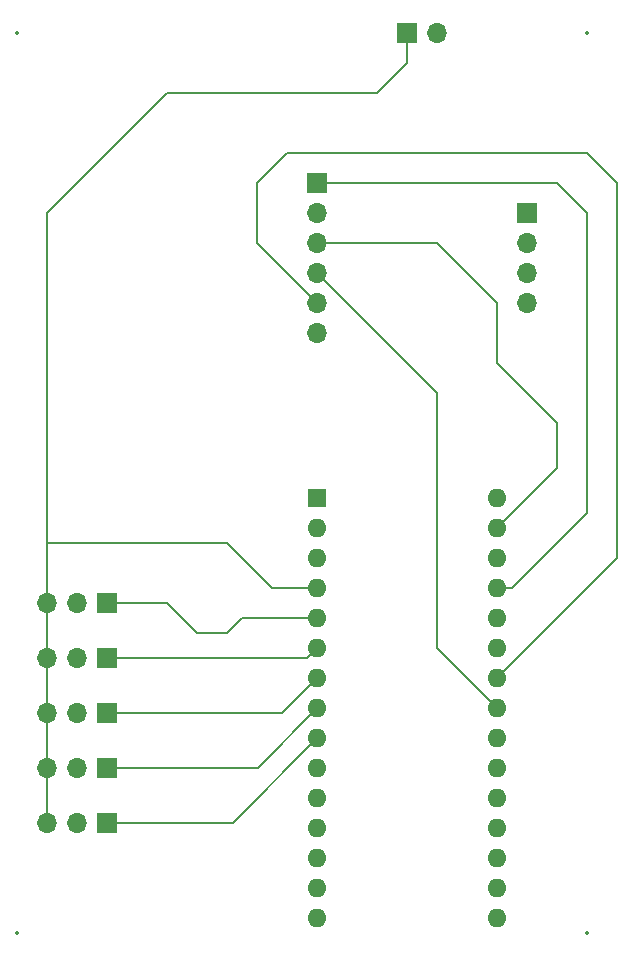
<source format=gbr>
%TF.GenerationSoftware,KiCad,Pcbnew,8.0.4-8.0.4-0~ubuntu22.04.1*%
%TF.CreationDate,2024-08-11T20:10:20+02:00*%
%TF.ProjectId,PlaneController,506c616e-6543-46f6-9e74-726f6c6c6572,rev?*%
%TF.SameCoordinates,Original*%
%TF.FileFunction,Copper,L1,Top*%
%TF.FilePolarity,Positive*%
%FSLAX46Y46*%
G04 Gerber Fmt 4.6, Leading zero omitted, Abs format (unit mm)*
G04 Created by KiCad (PCBNEW 8.0.4-8.0.4-0~ubuntu22.04.1) date 2024-08-11 20:10:20*
%MOMM*%
%LPD*%
G01*
G04 APERTURE LIST*
%TA.AperFunction,ComponentPad*%
%ADD10R,1.600000X1.600000*%
%TD*%
%TA.AperFunction,ComponentPad*%
%ADD11O,1.600000X1.600000*%
%TD*%
%TA.AperFunction,ComponentPad*%
%ADD12R,1.700000X1.700000*%
%TD*%
%TA.AperFunction,ComponentPad*%
%ADD13O,1.700000X1.700000*%
%TD*%
%TA.AperFunction,Conductor*%
%ADD14C,0.200000*%
%TD*%
%ADD15C,0.350000*%
G04 APERTURE END LIST*
D10*
%TO.P,A1,1,TX1*%
%TO.N,unconnected-(A1-TX1-Pad1)*%
X104150000Y-72390000D03*
D11*
%TO.P,A1,2,RX1*%
%TO.N,unconnected-(A1-RX1-Pad2)*%
X104150000Y-74930000D03*
%TO.P,A1,3,~{RESET}*%
%TO.N,unconnected-(A1-~{RESET}-Pad3)*%
X104150000Y-77470000D03*
%TO.P,A1,4,GND*%
%TO.N,Net-(J1-Pin_3)*%
X104150000Y-80010000D03*
%TO.P,A1,5,D2*%
%TO.N,Net-(A1-D2)*%
X104150000Y-82550000D03*
%TO.P,A1,6,D3*%
%TO.N,Net-(A1-D3)*%
X104150000Y-85090000D03*
%TO.P,A1,7,D4*%
%TO.N,Net-(A1-D4)*%
X104150000Y-87630000D03*
%TO.P,A1,8,D5*%
%TO.N,Net-(A1-D5)*%
X104150000Y-90170000D03*
%TO.P,A1,9,D6*%
%TO.N,Net-(A1-D6)*%
X104150000Y-92710000D03*
%TO.P,A1,10,D7*%
%TO.N,unconnected-(A1-D7-Pad10)*%
X104150000Y-95250000D03*
%TO.P,A1,11,D8*%
%TO.N,unconnected-(A1-D8-Pad11)*%
X104150000Y-97790000D03*
%TO.P,A1,12,D9*%
%TO.N,unconnected-(A1-D9-Pad12)*%
X104150000Y-100330000D03*
%TO.P,A1,13,D10*%
%TO.N,unconnected-(A1-D10-Pad13)*%
X104150000Y-102870000D03*
%TO.P,A1,14,MOSI*%
%TO.N,unconnected-(A1-MOSI-Pad14)*%
X104150000Y-105410000D03*
%TO.P,A1,15,MISO*%
%TO.N,unconnected-(A1-MISO-Pad15)*%
X104150000Y-107950000D03*
%TO.P,A1,16,SCK*%
%TO.N,unconnected-(A1-SCK-Pad16)*%
X119390000Y-107950000D03*
%TO.P,A1,17,3V3*%
%TO.N,unconnected-(A1-3V3-Pad17)*%
X119390000Y-105410000D03*
%TO.P,A1,18,AREF*%
%TO.N,unconnected-(A1-AREF-Pad18)*%
X119390000Y-102870000D03*
%TO.P,A1,19,A0*%
%TO.N,unconnected-(A1-A0-Pad19)*%
X119390000Y-100330000D03*
%TO.P,A1,20,A1*%
%TO.N,unconnected-(A1-A1-Pad20)*%
X119390000Y-97790000D03*
%TO.P,A1,21,A2*%
%TO.N,unconnected-(A1-A2-Pad21)*%
X119390000Y-95250000D03*
%TO.P,A1,22,A3*%
%TO.N,unconnected-(A1-A3-Pad22)*%
X119390000Y-92710000D03*
%TO.P,A1,23,SDA/A4*%
%TO.N,Net-(A1-SDA{slash}A4)*%
X119390000Y-90170000D03*
%TO.P,A1,24,SCL/A5*%
%TO.N,Net-(A1-SCL{slash}A5)*%
X119390000Y-87630000D03*
%TO.P,A1,25,A6*%
%TO.N,unconnected-(A1-A6-Pad25)*%
X119390000Y-85090000D03*
%TO.P,A1,26,A7*%
%TO.N,unconnected-(A1-A7-Pad26)*%
X119390000Y-82550000D03*
%TO.P,A1,27,+5V*%
%TO.N,Net-(A1-+5V)*%
X119390000Y-80010000D03*
%TO.P,A1,28,~{RESET}*%
%TO.N,unconnected-(A1-~{RESET}-Pad28)*%
X119390000Y-77470000D03*
%TO.P,A1,29,GND*%
%TO.N,Net-(J1-Pin_3)*%
X119390000Y-74930000D03*
%TO.P,A1,30,VIN*%
%TO.N,unconnected-(A1-VIN-Pad30)*%
X119390000Y-72390000D03*
%TD*%
D12*
%TO.P,J2,1,Pin_1*%
%TO.N,unconnected-(J2-Pin_1-Pad1)*%
X121920000Y-48260000D03*
D13*
%TO.P,J2,2,Pin_2*%
%TO.N,unconnected-(J2-Pin_2-Pad2)*%
X121920000Y-50800000D03*
%TO.P,J2,3,Pin_3*%
%TO.N,unconnected-(J2-Pin_3-Pad3)*%
X121920000Y-53340000D03*
%TO.P,J2,4,Pin_4*%
%TO.N,unconnected-(J2-Pin_4-Pad4)*%
X121920000Y-55880000D03*
%TD*%
D12*
%TO.P,M2,1,PWM*%
%TO.N,Net-(A1-D3)*%
X86360000Y-85930000D03*
D13*
%TO.P,M2,2,+*%
%TO.N,Net-(A1-+5V)*%
X83820000Y-85930000D03*
%TO.P,M2,3,-*%
%TO.N,Net-(J1-Pin_3)*%
X81280000Y-85930000D03*
%TD*%
D12*
%TO.P,J3,1,Pin_1*%
%TO.N,Net-(J1-Pin_3)*%
X111760000Y-33020000D03*
D13*
%TO.P,J3,2,Pin_2*%
%TO.N,Net-(A1-+5V)*%
X114300000Y-33020000D03*
%TD*%
D12*
%TO.P,M3,1,PWM*%
%TO.N,Net-(A1-D4)*%
X86360000Y-90580000D03*
D13*
%TO.P,M3,2,+*%
%TO.N,Net-(A1-+5V)*%
X83820000Y-90580000D03*
%TO.P,M3,3,-*%
%TO.N,Net-(J1-Pin_3)*%
X81280000Y-90580000D03*
%TD*%
D12*
%TO.P,M5,1,PWM*%
%TO.N,Net-(A1-D6)*%
X86360000Y-99880000D03*
D13*
%TO.P,M5,2,+*%
%TO.N,Net-(A1-+5V)*%
X83820000Y-99880000D03*
%TO.P,M5,3,-*%
%TO.N,Net-(J1-Pin_3)*%
X81280000Y-99880000D03*
%TD*%
D12*
%TO.P,M4,1,PWM*%
%TO.N,Net-(A1-D5)*%
X86360000Y-95230000D03*
D13*
%TO.P,M4,2,+*%
%TO.N,Net-(A1-+5V)*%
X83820000Y-95230000D03*
%TO.P,M4,3,-*%
%TO.N,Net-(J1-Pin_3)*%
X81280000Y-95230000D03*
%TD*%
D12*
%TO.P,J1,1,Pin_1*%
%TO.N,Net-(A1-+5V)*%
X104140000Y-45720000D03*
D13*
%TO.P,J1,2,Pin_2*%
%TO.N,unconnected-(J1-Pin_2-Pad2)*%
X104140000Y-48260000D03*
%TO.P,J1,3,Pin_3*%
%TO.N,Net-(J1-Pin_3)*%
X104140000Y-50800000D03*
%TO.P,J1,4,Pin_4*%
%TO.N,Net-(A1-SDA{slash}A4)*%
X104140000Y-53340000D03*
%TO.P,J1,5,Pin_5*%
%TO.N,Net-(A1-SCL{slash}A5)*%
X104140000Y-55880000D03*
%TO.P,J1,6,Pin_6*%
%TO.N,unconnected-(J1-Pin_6-Pad6)*%
X104140000Y-58420000D03*
%TD*%
D12*
%TO.P,M1,1,PWM*%
%TO.N,Net-(A1-D2)*%
X86360000Y-81280000D03*
D13*
%TO.P,M1,2,+*%
%TO.N,Net-(A1-+5V)*%
X83820000Y-81280000D03*
%TO.P,M1,3,-*%
%TO.N,Net-(J1-Pin_3)*%
X81280000Y-81280000D03*
%TD*%
D14*
%TO.N,Net-(A1-D5)*%
X99090000Y-95230000D02*
X104150000Y-90170000D01*
X86360000Y-95230000D02*
X99090000Y-95230000D01*
%TO.N,Net-(A1-D2)*%
X97790000Y-82550000D02*
X104150000Y-82550000D01*
X91440000Y-81280000D02*
X93980000Y-83820000D01*
X93980000Y-83820000D02*
X96520000Y-83820000D01*
X96520000Y-83820000D02*
X97790000Y-82550000D01*
X86360000Y-81280000D02*
X91440000Y-81280000D01*
%TO.N,Net-(A1-+5V)*%
X83820000Y-81280000D02*
X84010000Y-81280000D01*
X127000000Y-48260000D02*
X127000000Y-73660000D01*
X104140000Y-45720000D02*
X124460000Y-45720000D01*
X124460000Y-45720000D02*
X127000000Y-48260000D01*
X127000000Y-73660000D02*
X120650000Y-80010000D01*
X120650000Y-80010000D02*
X119390000Y-80010000D01*
%TO.N,Net-(A1-D4)*%
X101200000Y-90580000D02*
X104150000Y-87630000D01*
X86360000Y-90580000D02*
X101200000Y-90580000D01*
%TO.N,Net-(A1-D6)*%
X96980000Y-99880000D02*
X104150000Y-92710000D01*
X86360000Y-99880000D02*
X96980000Y-99880000D01*
%TO.N,Net-(A1-SCL{slash}A5)*%
X127000000Y-43180000D02*
X101600000Y-43180000D01*
X129540000Y-45720000D02*
X127000000Y-43180000D01*
X101600000Y-43180000D02*
X99060000Y-45720000D01*
X99060000Y-45720000D02*
X99060000Y-50800000D01*
X119390000Y-87630000D02*
X129540000Y-77480000D01*
X129540000Y-77480000D02*
X129540000Y-45720000D01*
X99060000Y-50800000D02*
X104140000Y-55880000D01*
%TO.N,Net-(A1-D3)*%
X86360000Y-85930000D02*
X103310000Y-85930000D01*
X103310000Y-85930000D02*
X104150000Y-85090000D01*
%TO.N,Net-(A1-SDA{slash}A4)*%
X114300000Y-85080000D02*
X119390000Y-90170000D01*
X114300000Y-63500000D02*
X114300000Y-85080000D01*
X104140000Y-53340000D02*
X114300000Y-63500000D01*
%TO.N,Net-(J1-Pin_3)*%
X100330000Y-80010000D02*
X104150000Y-80010000D01*
X124460000Y-66040000D02*
X124460000Y-69860000D01*
X96520000Y-76200000D02*
X100330000Y-80010000D01*
X124460000Y-69860000D02*
X119390000Y-74930000D01*
X81280000Y-99880000D02*
X81280000Y-81280000D01*
X109220000Y-38100000D02*
X91440000Y-38100000D01*
X114300000Y-50800000D02*
X119380000Y-55880000D01*
X81280000Y-81280000D02*
X81280000Y-76200000D01*
X81280000Y-76200000D02*
X96520000Y-76200000D01*
X119380000Y-60960000D02*
X124460000Y-66040000D01*
X91440000Y-38100000D02*
X81280000Y-48260000D01*
X104140000Y-50800000D02*
X114300000Y-50800000D01*
X111760000Y-33020000D02*
X111760000Y-35560000D01*
X111760000Y-35560000D02*
X109220000Y-38100000D01*
X119380000Y-55880000D02*
X119380000Y-60960000D01*
X81280000Y-48260000D02*
X81280000Y-76200000D01*
%TD*%
D15*
X104150000Y-72390000D03*
X104150000Y-74930000D03*
X104150000Y-77470000D03*
X104150000Y-80010000D03*
X104150000Y-82550000D03*
X104150000Y-85090000D03*
X104150000Y-87630000D03*
X104150000Y-90170000D03*
X104150000Y-92710000D03*
X104150000Y-95250000D03*
X104150000Y-97790000D03*
X104150000Y-100330000D03*
X104150000Y-102870000D03*
X104150000Y-105410000D03*
X104150000Y-107950000D03*
X119390000Y-107950000D03*
X119390000Y-105410000D03*
X119390000Y-102870000D03*
X119390000Y-100330000D03*
X119390000Y-97790000D03*
X119390000Y-95250000D03*
X119390000Y-92710000D03*
X119390000Y-90170000D03*
X119390000Y-87630000D03*
X119390000Y-85090000D03*
X119390000Y-82550000D03*
X119390000Y-80010000D03*
X119390000Y-77470000D03*
X119390000Y-74930000D03*
X119390000Y-72390000D03*
X121920000Y-48260000D03*
X121920000Y-50800000D03*
X121920000Y-53340000D03*
X121920000Y-55880000D03*
X78740000Y-33020000D03*
X78740000Y-109220000D03*
X86360000Y-85930000D03*
X83820000Y-85930000D03*
X81280000Y-85930000D03*
X111760000Y-33020000D03*
X114300000Y-33020000D03*
X86360000Y-90580000D03*
X83820000Y-90580000D03*
X81280000Y-90580000D03*
X86360000Y-99880000D03*
X83820000Y-99880000D03*
X81280000Y-99880000D03*
X86360000Y-95230000D03*
X83820000Y-95230000D03*
X81280000Y-95230000D03*
X127000000Y-33020000D03*
X127000000Y-109220000D03*
X104140000Y-45720000D03*
X104140000Y-48260000D03*
X104140000Y-50800000D03*
X104140000Y-53340000D03*
X104140000Y-55880000D03*
X104140000Y-58420000D03*
X86360000Y-81280000D03*
X83820000Y-81280000D03*
X81280000Y-81280000D03*
M02*

</source>
